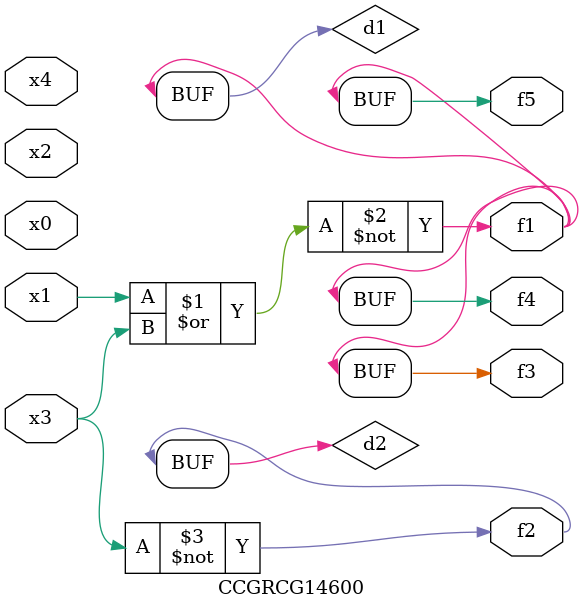
<source format=v>
module CCGRCG14600(
	input x0, x1, x2, x3, x4,
	output f1, f2, f3, f4, f5
);

	wire d1, d2;

	nor (d1, x1, x3);
	not (d2, x3);
	assign f1 = d1;
	assign f2 = d2;
	assign f3 = d1;
	assign f4 = d1;
	assign f5 = d1;
endmodule

</source>
